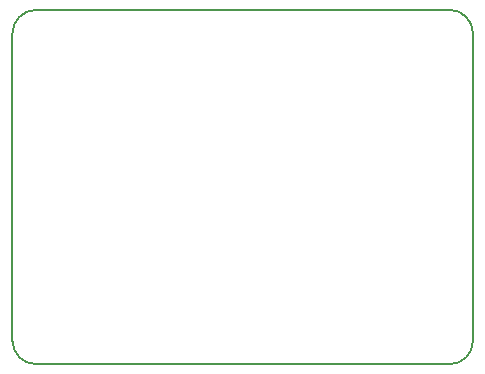
<source format=gko>
G04 #@! TF.GenerationSoftware,KiCad,Pcbnew,(5.0.0)*
G04 #@! TF.CreationDate,2019-01-18T23:40:16+01:00*
G04 #@! TF.ProjectId,converterboard,636F6E766572746572626F6172642E6B,rev?*
G04 #@! TF.SameCoordinates,Original*
G04 #@! TF.FileFunction,Profile,NP*
%FSLAX46Y46*%
G04 Gerber Fmt 4.6, Leading zero omitted, Abs format (unit mm)*
G04 Created by KiCad (PCBNEW (5.0.0)) date 01/18/19 23:40:16*
%MOMM*%
%LPD*%
G01*
G04 APERTURE LIST*
%ADD10C,0.150000*%
G04 APERTURE END LIST*
D10*
X154000000Y-101000000D02*
G75*
G02X156000000Y-99000000I2000000J0D01*
G01*
X156000000Y-129000000D02*
G75*
G02X154000000Y-127000000I0J2000000D01*
G01*
X193000000Y-127000000D02*
G75*
G02X191000000Y-129000000I-2000000J0D01*
G01*
X191000000Y-99000000D02*
G75*
G02X193000000Y-101000000I0J-2000000D01*
G01*
X193000000Y-127000000D02*
X193000000Y-101000000D01*
X156000000Y-129000000D02*
X191000000Y-129000000D01*
X154000000Y-101000000D02*
X154000000Y-127000000D01*
X191000000Y-99000000D02*
X156000000Y-99000000D01*
M02*

</source>
